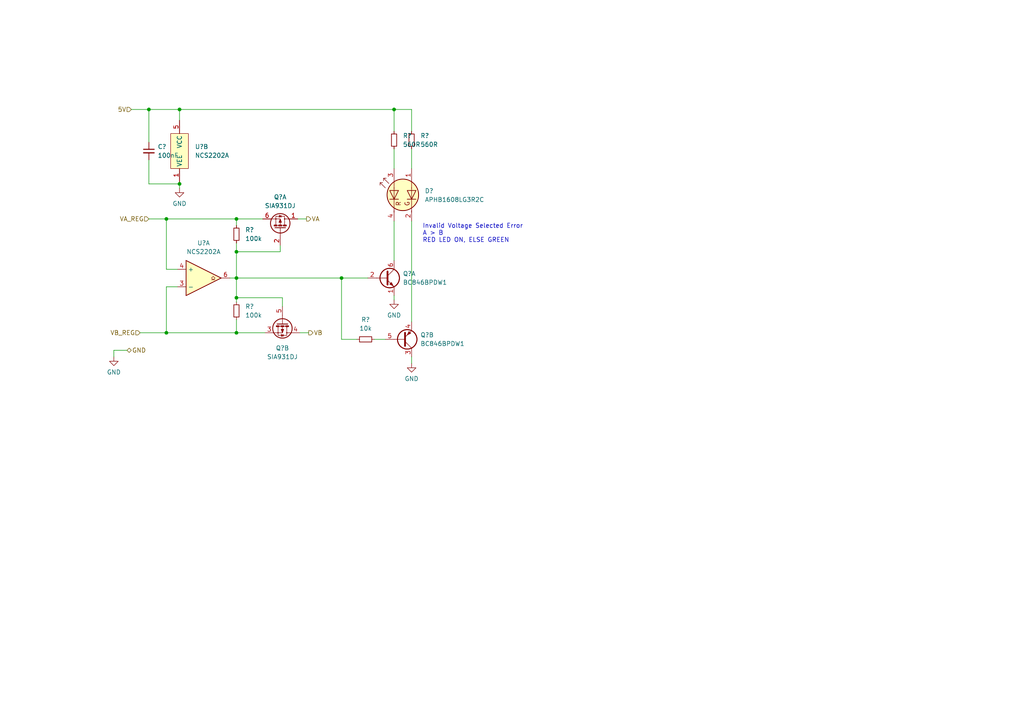
<source format=kicad_sch>
(kicad_sch (version 20211123) (generator eeschema)
  (paper "A4")
  (lib_symbols
    (symbol "Device:C_Small" (pin_numbers hide) (pin_names (offset 0.254) hide)
      (property "Reference" "C" (at 0.254 1.778 0))
      (property "Value" "C_Small" (at 0.254 -2.032 0))
      (symbol "C_Small_0_1"
        (polyline (pts (xy -1.524 -0.508) (xy 1.524 -0.508)) (stroke (width 0.3302)))
        (polyline (pts (xy -1.524 0.508) (xy 1.524 0.508)) (stroke (width 0.3048)))
      )
      (symbol "C_Small_1_1"
        (pin passive line (at 0 2.54 270) (length 2.032) (name "~") (number "1"))
        (pin passive line (at 0 -2.54 90) (length 2.032) (name "~") (number "2"))
      )
    )
    (symbol "Device:R_Small" (pin_numbers hide) (pin_names (offset 0.254) hide)
      (property "Reference" "R" (at 0.762 0.508 0))
      (property "Value" "R_Small" (at 0.762 -1.016 0))
      (symbol "R_Small_0_1"
        (rectangle (start -0.762 1.778) (end 0.762 -1.778) (stroke (width 0.2032)))
      )
      (symbol "R_Small_1_1"
        (pin passive line (at 0 2.54 270) (length 0.762) (name "~") (number "1"))
        (pin passive line (at 0 -2.54 90) (length 0.762) (name "~") (number "2"))
      )
    )
    (symbol "JRIX Comparators:NCS2202A"
      (property "Reference" "U" (at 1.27 1.27 0))
      (property "Value" "NCS2202A" (at 7.62 1.27 0))
      (symbol "NCS2202A_1_1"
        (polyline (pts (xy 5.08 0) (xy 15.24 -5.08) (xy 5.08 -10.16) (xy 5.08 0)) (stroke (width 0.254)) (fill (type background)))
        (polyline (pts (xy 13.462 -5.588) (xy 12.954 -5.588) (xy 13.462 -5.08) (xy 12.954 -4.572) (xy 12.446 -5.08) (xy 12.954 -5.588) (xy 12.446 -5.588)) (stroke (width 0.127)))
        (pin input line (at 2.54 -7.62 0) (length 2.54) (name "-") (number "3"))
        (pin input line (at 2.54 -2.54 0) (length 2.54) (name "+") (number "4"))
        (pin open_collector line (at 17.78 -5.08 180) (length 2.54) (name "~") (number "6"))
      )
      (symbol "NCS2202A_2_1"
        (rectangle (start 0 0) (end 10.16 -5.08) (stroke (width 0.1524)) (fill (type background)))
        (pin power_in line (at 13.97 -2.54 180) (length 3.81) (name "VEE") (number "1"))
        (pin power_in line (at -3.81 -2.54 0) (length 3.81) (name "VCC") (number "5"))
      )
    )
    (symbol "JRIX LED:APHB1608LG3R2C"
      (property "Reference" "D" (at 5.08 0 0))
      (property "Value" "APHB1608LG3R2C" (at 8.89 -11.43 0))
      (symbol "APHB1608LG3R2C_0_0"
        (text "G" (at 6.35 -6.35 0) (effects (font (size 1.27 1.27))))
        (text "R" (at 6.35 -3.81 0) (effects (font (size 1.27 1.27))))
      )
      (symbol "APHB1608LG3R2C_1_1"
        (polyline (pts (xy 3.81 -7.62) (xy 10.922 -7.62)))
        (polyline (pts (xy 3.81 -2.54) (xy 10.922 -2.54)))
        (polyline (pts (xy 7.62 -6.35) (xy 7.62 -8.89)) (stroke (width 0.2032)))
        (polyline (pts (xy 7.62 -1.27) (xy 7.62 -3.81)) (stroke (width 0.2032)))
        (polyline (pts (xy 12.7 -7.62) (xy 10.795 -7.62)))
        (polyline (pts (xy 12.7 -2.54) (xy 10.795 -2.54)))
        (polyline (pts (xy 10.16 -8.89) (xy 10.16 -6.35) (xy 7.62 -7.62) (xy 10.16 -8.89)) (stroke (width 0.2032)))
        (polyline (pts (xy 10.16 -3.81) (xy 10.16 -1.27) (xy 7.62 -2.54) (xy 10.16 -3.81)) (stroke (width 0.2032)))
        (polyline (pts (xy 10.922 0) (xy 12.446 1.524) (xy 11.684 1.524) (xy 12.446 1.524) (xy 12.446 0.762)))
        (polyline (pts (xy 12.192 -1.016) (xy 13.716 0.508) (xy 12.954 0.508) (xy 13.716 0.508) (xy 13.716 -0.254)))
        (circle (center 8.89 -5.08) (radius 4.572) (stroke (width 0.254)) (fill (type background)))
        (pin input line (at 16.51 -7.62 180) (length 3.81) (name "~") (number "1"))
        (pin input line (at 1.27 -7.62 0) (length 3.048) (name "~") (number "2"))
        (pin input line (at 16.51 -2.54 180) (length 3.81) (name "~") (number "3"))
        (pin input line (at 1.27 -2.54 0) (length 3.048) (name "~") (number "4"))
      )
    )
    (symbol "JRIX Transistor:SIA931DJ"
      (property "Reference" "Q" (at 3.81 3.81 0))
      (property "Value" "SIA931DJ" (at 12.7 -3.81 0))
      (symbol "SIA931DJ_1_1"
        (polyline (pts (xy 5.08 0) (xy 2.54 0)))
        (polyline (pts (xy 5.715 -1.016) (xy 5.715 -1.651)) (stroke (width 0.508)))
        (polyline (pts (xy 5.715 0.381) (xy 5.715 -0.381)) (stroke (width 0.508)))
        (polyline (pts (xy 5.715 1.651) (xy 5.715 1.016)) (stroke (width 0.508)))
        (polyline (pts (xy 8.128 -0.254) (xy 8.636 -0.254)))
        (polyline (pts (xy 5.08 1.524) (xy 5.08 -1.524) (xy 5.08 -1.524)) (stroke (width 0.254)))
        (polyline (pts (xy 5.842 -1.27) (xy 7.62 -1.27) (xy 7.62 -2.54) (xy 7.62 -2.54)))
        (polyline (pts (xy 5.842 1.27) (xy 7.62 1.27) (xy 7.62 2.54) (xy 7.62 2.54)))
        (polyline (pts (xy 7.62 0) (xy 6.604 0.381) (xy 6.604 -0.381) (xy 7.62 0)) (fill (type outline)))
        (polyline (pts (xy 7.62 1.27) (xy 8.382 1.27) (xy 8.382 -1.27) (xy 7.62 -1.27)))
        (polyline (pts (xy 8.128 0.254) (xy 8.636 0.254) (xy 8.382 -0.381) (xy 8.128 0.254)) (fill (type outline)))
        (polyline (pts (xy 8.763 -0.127) (xy 8.636 -0.254) (xy 8.128 -0.254) (xy 8.001 -0.381)))
        (polyline (pts (xy 5.842 0) (xy 6.35 0) (xy 7.62 0) (xy 7.62 -1.27) (xy 7.62 -1.27)))
        (circle (center 6.35 0) (radius 2.8194) (stroke (width 0.254)))
        (circle (center 7.62 -1.27) (radius 0.127))
        (circle (center 7.62 1.27) (radius 0.127))
        (pin passive line (at 7.62 5.08 270) (length 2.54) (name "~") (number "1"))
        (pin input line (at 0 0 0) (length 2.54) (name "~") (number "2"))
        (pin passive line (at 7.62 -5.08 90) (length 2.54) (name "~") (number "6"))
      )
      (symbol "SIA931DJ_2_1"
        (polyline (pts (xy 5.08 0) (xy 2.54 0)))
        (polyline (pts (xy 5.715 -1.016) (xy 5.715 -1.651)) (stroke (width 0.508)))
        (polyline (pts (xy 5.715 0.381) (xy 5.715 -0.381)) (stroke (width 0.508)))
        (polyline (pts (xy 5.715 1.651) (xy 5.715 1.016)) (stroke (width 0.508)))
        (polyline (pts (xy 8.128 -0.254) (xy 8.636 -0.254)))
        (polyline (pts (xy 5.08 1.524) (xy 5.08 -1.524) (xy 5.08 -1.524)) (stroke (width 0.254)))
        (polyline (pts (xy 5.842 -1.27) (xy 7.62 -1.27) (xy 7.62 -2.54) (xy 7.62 -2.54)))
        (polyline (pts (xy 5.842 1.27) (xy 7.62 1.27) (xy 7.62 2.54) (xy 7.62 2.54)))
        (polyline (pts (xy 7.62 0) (xy 6.604 0.381) (xy 6.604 -0.381) (xy 7.62 0)) (fill (type outline)))
        (polyline (pts (xy 7.62 1.27) (xy 8.382 1.27) (xy 8.382 -1.27) (xy 7.62 -1.27)))
        (polyline (pts (xy 8.128 0.254) (xy 8.636 0.254) (xy 8.382 -0.381) (xy 8.128 0.254)) (fill (type outline)))
        (polyline (pts (xy 8.763 -0.127) (xy 8.636 -0.254) (xy 8.128 -0.254) (xy 8.001 -0.381)))
        (polyline (pts (xy 5.842 0) (xy 6.35 0) (xy 7.62 0) (xy 7.62 -1.27) (xy 7.62 -1.27)))
        (circle (center 6.35 0) (radius 2.8194) (stroke (width 0.254)))
        (circle (center 7.62 -1.27) (radius 0.127))
        (circle (center 7.62 1.27) (radius 0.127))
        (pin passive line (at 7.62 -5.08 90) (length 2.54) (name "~") (number "3"))
        (pin passive line (at 7.62 5.08 270) (length 2.54) (name "~") (number "4"))
        (pin input line (at 0 0 0) (length 2.54) (name "~") (number "5"))
      )
    )
    (symbol "Transistor_BJT:BC846BPDW1" (pin_names (offset 0) hide)
      (property "Reference" "Q" (at 5.08 1.27 0))
      (property "Value" "BC846BPDW1" (at 5.08 -1.27 0))
      (symbol "BC846BPDW1_0_1"
        (polyline (pts (xy 0.635 0) (xy -2.54 0)))
        (circle (center 1.27 0) (radius 2.8194) (stroke (width 0.254)))
        (circle (center 1.27 0) (radius 2.8194) (stroke (width 0.254)))
      )
      (symbol "BC846BPDW1_1_1"
        (polyline (pts (xy 0.635 0.635) (xy 2.54 2.54)))
        (polyline (pts (xy 0.635 -0.635) (xy 2.54 -2.54) (xy 2.54 -2.54)))
        (polyline (pts (xy 0.635 1.905) (xy 0.635 -1.905) (xy 0.635 -1.905)) (stroke (width 0.508)))
        (polyline (pts (xy 1.27 -1.778) (xy 1.778 -1.27) (xy 2.286 -2.286) (xy 1.27 -1.778) (xy 1.27 -1.778)) (fill (type outline)))
        (pin passive line (at 2.54 -5.08 90) (length 2.54) (name "E1") (number "1"))
        (pin input line (at -5.08 0 0) (length 2.54) (name "B1") (number "2"))
        (pin passive line (at 2.54 5.08 270) (length 2.54) (name "C1") (number "6"))
      )
      (symbol "BC846BPDW1_2_1"
        (polyline (pts (xy 0.635 0.635) (xy 2.54 2.54)))
        (polyline (pts (xy 0.635 -0.635) (xy 2.54 -2.54) (xy 2.54 -2.54)))
        (polyline (pts (xy 0.635 1.905) (xy 0.635 -1.905) (xy 0.635 -1.905)) (stroke (width 0.508)))
        (polyline (pts (xy 2.286 -1.778) (xy 1.778 -2.286) (xy 1.27 -1.27) (xy 2.286 -1.778) (xy 2.286 -1.778)) (fill (type outline)))
        (pin passive line (at 2.54 5.08 270) (length 2.54) (name "C2") (number "3"))
        (pin passive line (at 2.54 -5.08 90) (length 2.54) (name "E2") (number "4"))
        (pin input line (at -5.08 0 0) (length 2.54) (name "B2") (number "5"))
      )
    )
    (symbol "power:GND" (power) (pin_names (offset 0))
      (property "Value" "GND" (at 0 -3.81 0))
      (symbol "GND_0_1"
        (polyline (pts (xy 0 0) (xy 0 -1.27) (xy 1.27 -1.27) (xy 0 -2.54) (xy -1.27 -1.27) (xy 0 -1.27)))
      )
      (symbol "GND_1_1"
        (pin power_in line (at 0 0 270) (length 0) hide (name "GND") (number "1"))
      )
    )
  )
  (junction (at 68.58 86.36))
  (junction (at 68.58 73.025))
  (junction (at 68.58 96.52))
  (junction (at 68.58 63.5))
  (junction (at 114.3 31.75))
  (junction (at 52.07 31.75))
  (junction (at 48.26 63.5))
  (junction (at 99.06 80.645))
  (junction (at 52.07 53.34))
  (junction (at 43.18 31.75))
  (junction (at 48.26 96.52))
  (junction (at 68.58 80.645))
  (wire (pts (xy 52.07 52.705) (xy 52.07 53.34)))
  (wire (pts (xy 43.18 31.75) (xy 52.07 31.75)))
  (wire (pts (xy 43.18 53.34) (xy 43.18 46.355)))
  (wire (pts (xy 68.58 73.025) (xy 68.58 80.645)))
  (wire (pts (xy 99.06 80.645) (xy 106.68 80.645)))
  (wire (pts (xy 51.435 78.105) (xy 48.26 78.105)))
  (wire (pts (xy 68.58 63.5) (xy 68.58 65.405)))
  (wire (pts (xy 119.38 38.1) (xy 119.38 31.75)))
  (wire (pts (xy 68.58 63.5) (xy 76.2 63.5)))
  (wire (pts (xy 43.18 63.5) (xy 48.26 63.5)))
  (wire (pts (xy 86.995 96.52) (xy 89.535 96.52)))
  (wire (pts (xy 119.38 43.18) (xy 119.38 48.895)))
  (wire (pts (xy 68.58 73.025) (xy 81.28 73.025)))
  (wire (pts (xy 68.58 92.71) (xy 68.58 96.52)))
  (wire (pts (xy 99.06 80.645) (xy 99.06 98.425)))
  (wire (pts (xy 119.38 31.75) (xy 114.3 31.75)))
  (wire (pts (xy 43.18 31.75) (xy 43.18 41.275)))
  (wire (pts (xy 68.58 87.63) (xy 68.58 86.36)))
  (wire (pts (xy 48.26 78.105) (xy 48.26 63.5)))
  (wire (pts (xy 48.26 96.52) (xy 68.58 96.52)))
  (wire (pts (xy 68.58 96.52) (xy 76.835 96.52)))
  (wire (pts (xy 119.38 103.505) (xy 119.38 105.41)))
  (wire (pts (xy 114.3 64.135) (xy 114.3 75.565)))
  (wire (pts (xy 103.505 98.425) (xy 99.06 98.425)))
  (wire (pts (xy 81.28 73.025) (xy 81.28 71.12)))
  (wire (pts (xy 48.26 83.185) (xy 48.26 96.52)))
  (wire (pts (xy 38.1 31.75) (xy 43.18 31.75)))
  (wire (pts (xy 114.3 43.18) (xy 114.3 48.895)))
  (wire (pts (xy 52.07 53.34) (xy 52.07 54.61)))
  (wire (pts (xy 68.58 80.645) (xy 68.58 86.36)))
  (wire (pts (xy 52.07 53.34) (xy 43.18 53.34)))
  (wire (pts (xy 68.58 70.485) (xy 68.58 73.025)))
  (wire (pts (xy 51.435 83.185) (xy 48.26 83.185)))
  (wire (pts (xy 68.58 80.645) (xy 99.06 80.645)))
  (wire (pts (xy 108.585 98.425) (xy 111.76 98.425)))
  (wire (pts (xy 36.83 101.6) (xy 33.02 101.6)))
  (wire (pts (xy 114.3 85.725) (xy 114.3 86.995)))
  (wire (pts (xy 68.58 86.36) (xy 81.915 86.36)))
  (wire (pts (xy 114.3 31.75) (xy 114.3 38.1)))
  (wire (pts (xy 86.36 63.5) (xy 88.9 63.5)))
  (wire (pts (xy 40.64 96.52) (xy 48.26 96.52)))
  (wire (pts (xy 66.675 80.645) (xy 68.58 80.645)))
  (wire (pts (xy 81.915 86.36) (xy 81.915 88.9)))
  (wire (pts (xy 52.07 31.75) (xy 52.07 34.925)))
  (wire (pts (xy 33.02 101.6) (xy 33.02 103.505)))
  (wire (pts (xy 114.3 31.75) (xy 52.07 31.75)))
  (wire (pts (xy 48.26 63.5) (xy 68.58 63.5)))
  (wire (pts (xy 119.38 64.135) (xy 119.38 93.345)))
  (text "Invalid Voltage Selected Error\nA > B \nRED LED ON, ELSE GREEN" (at 122.555 70.485 0) (effects (font (size 1.27 1.27)) (justify left bottom)))
  (hierarchical_label "5V" (shape input) (at 38.1 31.75 180))
  (hierarchical_label "GND" (shape bidirectional) (at 36.83 101.6 0))
  (hierarchical_label "VB_REG" (shape input) (at 40.64 96.52 180))
  (hierarchical_label "VA" (shape output) (at 88.9 63.5 0))
  (hierarchical_label "VA_REG" (shape input) (at 43.18 63.5 180))
  (hierarchical_label "VB" (shape output) (at 89.535 96.52 0))
  (symbol (lib_id "Device:R_Small") (at 106.045 98.425 90) (unit 1)
    (property "Reference" "R?" (at 106.045 92.71 90))
    (property "Value" "10k" (at 106.045 95.25 90))
  )
  (symbol (lib_id "power:GND") (at 33.02 103.505 0) (unit 1)
    (property "Reference" "#PWR?" (effects hide))
    (property "Value" "GND" (at 33.02 107.95 0))
  )
  (symbol (lib_id "power:GND") (at 119.38 105.41 0) (unit 1)
    (property "Reference" "#PWR?" (effects hide))
    (property "Value" "GND" (at 119.38 109.855 0))
  )
  (symbol (lib_id "JRIX LED:APHB1608LG3R2C") (at 111.76 65.405 90) (unit 1)
    (property "Reference" "D?" (at 123.19 55.3719 90) (effects (justify right)))
    (property "Value" "APHB1608LG3R2C" (at 123.19 57.9119 90) (effects (justify right)))
    (property "Datasheet" "https://www.mouser.dk/datasheet/2/216/APHB1608LG3R2C_AMT-3103481.pdf" (effects hide))
  )
  (symbol (lib_id "power:GND") (at 114.3 86.995 0) (unit 1)
    (property "Reference" "#PWR?" (effects hide))
    (property "Value" "GND" (at 114.3 91.44 0))
  )
  (symbol (lib_id "power:GND") (at 52.07 54.61 0) (unit 1)
    (property "Reference" "#PWR?" (effects hide))
    (property "Value" "GND" (at 52.07 59.055 0))
  )
  (symbol (lib_id "JRIX Transistor:SIA931DJ") (at 81.28 71.12 270) (mirror x) (unit 1)
    (property "Reference" "Q?" (at 81.28 57.15 90))
    (property "Value" "SIA931DJ" (at 81.28 59.69 90))
    (property "Datasheet" "https://www.mouser.dk/datasheet/2/427/sia931dj-1764487.pdf" (effects hide))
  )
  (symbol (lib_id "Device:R_Small") (at 114.3 40.64 0) (unit 1)
    (property "Reference" "R?" (at 116.84 39.3699 0) (effects (justify left)))
    (property "Value" "560R" (at 116.84 41.9099 0) (effects (justify left)))
  )
  (symbol (lib_id "Device:R_Small") (at 68.58 90.17 0) (unit 1)
    (property "Reference" "R?" (at 71.12 88.8999 0) (effects (justify left)))
    (property "Value" "100k" (at 71.12 91.4399 0) (effects (justify left)))
  )
  (symbol (lib_id "Device:R_Small") (at 68.58 67.945 0) (unit 1)
    (property "Reference" "R?" (at 71.12 66.6749 0) (effects (justify left)))
    (property "Value" "100k" (at 71.12 69.2149 0) (effects (justify left)))
  )
  (symbol (lib_id "Transistor_BJT:BC846BPDW1") (at 116.84 98.425 0) (mirror x) (unit 2)
    (property "Reference" "Q?" (at 121.92 97.1549 0) (effects (justify left)))
    (property "Value" "BC846BPDW1" (at 121.92 99.6949 0) (effects (justify left)))
    (property "Footprint" "Package_TO_SOT_SMD:SOT-363_SC-70-6" (effects hide))
    (property "Datasheet" "http://www.onsemi.com/pub_link/Collateral/BC846BPDW1T1-D.PDF" (effects hide))
  )
  (symbol (lib_id "Device:C_Small") (at 43.18 43.815 0) (unit 1)
    (property "Reference" "C?" (at 45.72 42.5512 0) (effects (justify left)))
    (property "Value" "100nF" (at 45.72 45.0912 0) (effects (justify left)))
  )
  (symbol (lib_id "Device:R_Small") (at 119.38 40.64 0) (unit 1)
    (property "Reference" "R?" (at 121.92 39.3699 0) (effects (justify left)))
    (property "Value" "560R" (at 121.92 41.9099 0) (effects (justify left)))
  )
  (symbol (lib_id "Transistor_BJT:BC846BPDW1") (at 111.76 80.645 0) (unit 1)
    (property "Reference" "Q?" (at 116.84 79.3749 0) (effects (justify left)))
    (property "Value" "BC846BPDW1" (at 116.84 81.9149 0) (effects (justify left)))
    (property "Footprint" "Package_TO_SOT_SMD:SOT-363_SC-70-6" (effects hide))
    (property "Datasheet" "http://www.onsemi.com/pub_link/Collateral/BC846BPDW1T1-D.PDF" (effects hide))
  )
  (symbol (lib_id "JRIX Transistor:SIA931DJ") (at 81.915 88.9 270) (unit 2)
    (property "Reference" "Q?" (at 81.915 100.965 90))
    (property "Value" "SIA931DJ" (at 81.915 103.505 90))
    (property "Datasheet" "https://www.mouser.dk/datasheet/2/427/sia931dj-1764487.pdf" (effects hide))
  )
  (symbol (lib_id "JRIX Comparators:NCS2202A") (at 54.61 38.735 270) (unit 2)
    (property "Reference" "U?" (at 56.515 42.5449 90) (effects (justify left)))
    (property "Value" "NCS2202A" (at 56.515 45.0849 90) (effects (justify left)))
    (property "Datasheet" "https://www.mouser.dk/datasheet/2/308/NCV8164_D-1888934.pdf" (effects hide))
  )
  (symbol (lib_id "JRIX Comparators:NCS2202A") (at 48.895 75.565 0) (unit 1)
    (property "Reference" "U?" (at 59.055 70.485 0))
    (property "Value" "NCS2202A" (at 59.055 73.025 0))
    (property "Datasheet" "https://www.mouser.dk/datasheet/2/308/NCV8164_D-1888934.pdf" (effects hide))
  )
)
</source>
